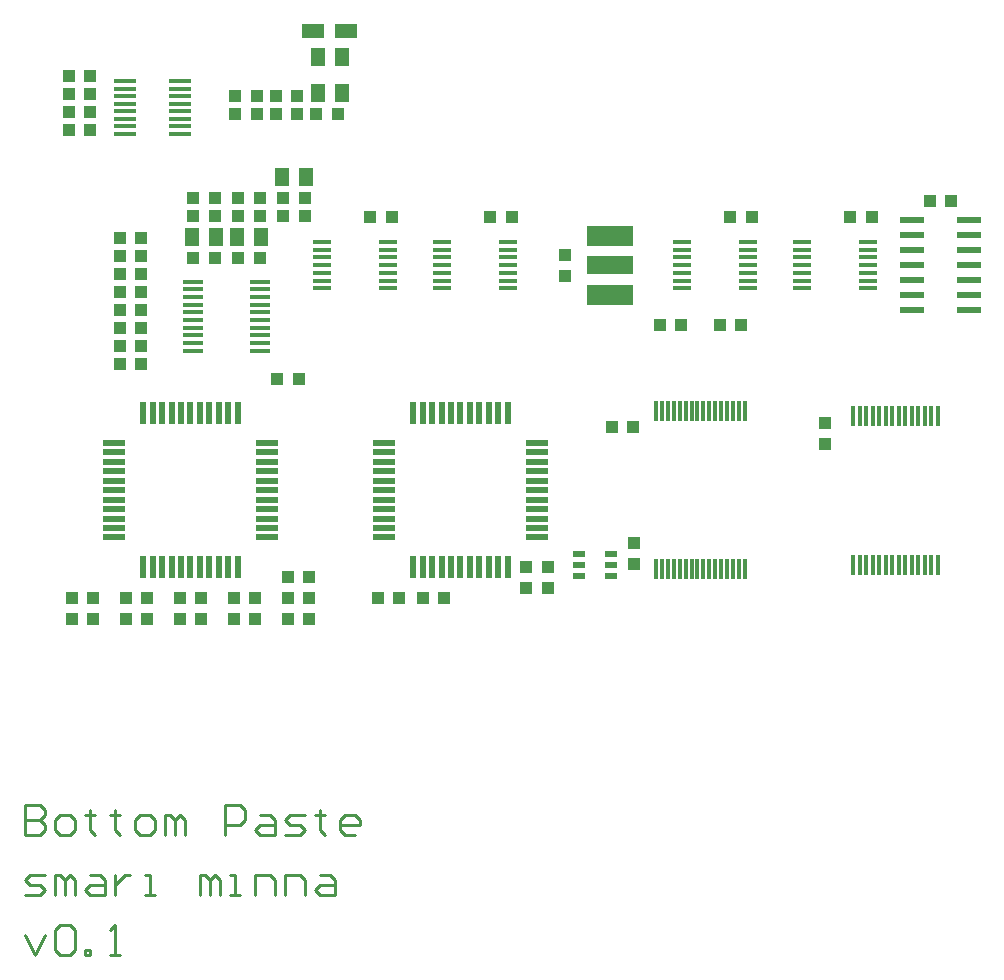
<source format=gbp>
%FSLAX25Y25*%
%MOIN*%
G70*
G01*
G75*
G04 Layer_Color=128*
%ADD10R,0.08661X0.09843*%
%ADD11R,0.01969X0.07874*%
%ADD12R,0.06102X0.05118*%
%ADD13C,0.04000*%
G04:AMPARAMS|DCode=14|XSize=60mil|YSize=300mil|CornerRadius=0mil|HoleSize=0mil|Usage=FLASHONLY|Rotation=90.000|XOffset=0mil|YOffset=0mil|HoleType=Round|Shape=Octagon|*
%AMOCTAGOND14*
4,1,8,-0.15000,-0.01500,-0.15000,0.01500,-0.13500,0.03000,0.13500,0.03000,0.15000,0.01500,0.15000,-0.01500,0.13500,-0.03000,-0.13500,-0.03000,-0.15000,-0.01500,0.0*
%
%ADD14OCTAGOND14*%

%ADD15R,0.03150X0.03150*%
%ADD16R,0.03937X0.11811*%
%ADD17C,0.01000*%
%ADD18C,0.02000*%
%ADD19C,0.01200*%
%ADD20C,0.02362*%
%ADD21C,0.02200*%
%ADD22C,0.04000*%
%ADD23C,0.07543*%
%ADD24C,0.04200*%
%ADD25R,0.04000X0.04000*%
%ADD26R,0.01181X0.06693*%
%ADD27R,0.07677X0.01575*%
%ADD28R,0.04134X0.02362*%
%ADD29R,0.06693X0.01378*%
%ADD30R,0.06299X0.01378*%
%ADD31R,0.02165X0.07677*%
%ADD32R,0.07677X0.02165*%
%ADD33R,0.07874X0.02362*%
%ADD34R,0.15748X0.06693*%
%ADD35R,0.15748X0.05906*%
%ADD36R,0.07677X0.05118*%
%ADD37R,0.05118X0.05906*%
%ADD38R,0.04331X0.03937*%
%ADD39R,0.04000X0.04000*%
%ADD40R,0.03937X0.04331*%
%ADD41C,0.01500*%
%ADD42C,0.03000*%
%ADD43C,0.01400*%
%ADD44C,0.00984*%
%ADD45C,0.02362*%
%ADD46C,0.00787*%
%ADD47C,0.08000*%
D17*
X0Y-93335D02*
X3332Y-100000D01*
X6664Y-93335D01*
X9997Y-91669D02*
X11663Y-90003D01*
X14995D01*
X16661Y-91669D01*
Y-98334D01*
X14995Y-100000D01*
X11663D01*
X9997Y-98334D01*
Y-91669D01*
X19994Y-100000D02*
Y-98334D01*
X21660D01*
Y-100000D01*
X19994D01*
X28324D02*
X31656D01*
X29990D01*
Y-90003D01*
X28324Y-91669D01*
X0Y-80000D02*
X4998D01*
X6664Y-78334D01*
X4998Y-76668D01*
X1666D01*
X0Y-75002D01*
X1666Y-73335D01*
X6664D01*
X9997Y-80000D02*
Y-73335D01*
X11663D01*
X13329Y-75002D01*
Y-80000D01*
Y-75002D01*
X14995Y-73335D01*
X16661Y-75002D01*
Y-80000D01*
X21660Y-73335D02*
X24992D01*
X26658Y-75002D01*
Y-80000D01*
X21660D01*
X19994Y-78334D01*
X21660Y-76668D01*
X26658D01*
X29990Y-73335D02*
Y-80000D01*
Y-76668D01*
X31656Y-75002D01*
X33323Y-73335D01*
X34989D01*
X39987Y-80000D02*
X43319D01*
X41653D01*
Y-73335D01*
X39987D01*
X58315Y-80000D02*
Y-73335D01*
X59981D01*
X61647Y-75002D01*
Y-80000D01*
Y-75002D01*
X63313Y-73335D01*
X64979Y-75002D01*
Y-80000D01*
X68311D02*
X71644D01*
X69977D01*
Y-73335D01*
X68311D01*
X76642Y-80000D02*
Y-73335D01*
X81640D01*
X83306Y-75002D01*
Y-80000D01*
X86639D02*
Y-73335D01*
X91637D01*
X93303Y-75002D01*
Y-80000D01*
X98302Y-73335D02*
X101634D01*
X103300Y-75002D01*
Y-80000D01*
X98302D01*
X96635Y-78334D01*
X98302Y-76668D01*
X103300D01*
X0Y-50003D02*
Y-60000D01*
X4998D01*
X6664Y-58334D01*
Y-56668D01*
X4998Y-55002D01*
X0D01*
X4998D01*
X6664Y-53335D01*
Y-51669D01*
X4998Y-50003D01*
X0D01*
X11663Y-60000D02*
X14995D01*
X16661Y-58334D01*
Y-55002D01*
X14995Y-53335D01*
X11663D01*
X9997Y-55002D01*
Y-58334D01*
X11663Y-60000D01*
X21660Y-51669D02*
Y-53335D01*
X19994D01*
X23326D01*
X21660D01*
Y-58334D01*
X23326Y-60000D01*
X29990Y-51669D02*
Y-53335D01*
X28324D01*
X31656D01*
X29990D01*
Y-58334D01*
X31656Y-60000D01*
X38321D02*
X41653D01*
X43319Y-58334D01*
Y-55002D01*
X41653Y-53335D01*
X38321D01*
X36655Y-55002D01*
Y-58334D01*
X38321Y-60000D01*
X46652D02*
Y-53335D01*
X48318D01*
X49984Y-55002D01*
Y-60000D01*
Y-55002D01*
X51650Y-53335D01*
X53316Y-55002D01*
Y-60000D01*
X66645D02*
Y-50003D01*
X71644D01*
X73310Y-51669D01*
Y-55002D01*
X71644Y-56668D01*
X66645D01*
X78308Y-53335D02*
X81640D01*
X83306Y-55002D01*
Y-60000D01*
X78308D01*
X76642Y-58334D01*
X78308Y-56668D01*
X83306D01*
X86639Y-60000D02*
X91637D01*
X93303Y-58334D01*
X91637Y-56668D01*
X88305D01*
X86639Y-55002D01*
X88305Y-53335D01*
X93303D01*
X98302Y-51669D02*
Y-53335D01*
X96635D01*
X99968D01*
X98302D01*
Y-58334D01*
X99968Y-60000D01*
X109965D02*
X106632D01*
X104966Y-58334D01*
Y-55002D01*
X106632Y-53335D01*
X109965D01*
X111631Y-55002D01*
Y-56668D01*
X104966D01*
D26*
X239764Y28622D02*
D03*
X237795D02*
D03*
X235827D02*
D03*
X233858D02*
D03*
X231890D02*
D03*
X229921D02*
D03*
X227953D02*
D03*
X225984D02*
D03*
X224016D02*
D03*
X222047D02*
D03*
X220079D02*
D03*
X218110D02*
D03*
X216142D02*
D03*
X214173D02*
D03*
X212205D02*
D03*
X210236D02*
D03*
X239764Y81378D02*
D03*
X237795D02*
D03*
X235827D02*
D03*
X233858D02*
D03*
X231890D02*
D03*
X229921D02*
D03*
X227953D02*
D03*
X225984D02*
D03*
X224016D02*
D03*
X222047D02*
D03*
X220079D02*
D03*
X218110D02*
D03*
X216142D02*
D03*
X214173D02*
D03*
X212205D02*
D03*
X210236D02*
D03*
X275925Y79803D02*
D03*
X278091D02*
D03*
X280256D02*
D03*
X282421D02*
D03*
X284587D02*
D03*
X286752D02*
D03*
X288917D02*
D03*
X291083D02*
D03*
X293248D02*
D03*
X295413D02*
D03*
X297579D02*
D03*
X299744D02*
D03*
X301909D02*
D03*
X304075D02*
D03*
X275925Y30197D02*
D03*
X278091D02*
D03*
X280256D02*
D03*
X282421D02*
D03*
X284587D02*
D03*
X286752D02*
D03*
X288917D02*
D03*
X291083D02*
D03*
X293248D02*
D03*
X295413D02*
D03*
X297579D02*
D03*
X299744D02*
D03*
X301909D02*
D03*
X304075D02*
D03*
D27*
X51653Y191250D02*
D03*
Y188750D02*
D03*
Y186250D02*
D03*
Y183750D02*
D03*
Y181250D02*
D03*
Y178750D02*
D03*
Y176250D02*
D03*
Y173750D02*
D03*
X33346Y191250D02*
D03*
Y188750D02*
D03*
Y186250D02*
D03*
Y183750D02*
D03*
Y181250D02*
D03*
Y178750D02*
D03*
Y176250D02*
D03*
Y173750D02*
D03*
D28*
X184685Y26260D02*
D03*
Y30000D02*
D03*
Y33740D02*
D03*
X195315D02*
D03*
Y30000D02*
D03*
Y26260D02*
D03*
D29*
X78220Y124516D02*
D03*
Y121957D02*
D03*
Y119398D02*
D03*
Y116839D02*
D03*
Y114280D02*
D03*
Y111720D02*
D03*
Y109161D02*
D03*
Y106602D02*
D03*
Y104043D02*
D03*
Y101484D02*
D03*
X55780Y124516D02*
D03*
Y121957D02*
D03*
Y119398D02*
D03*
Y116839D02*
D03*
Y114280D02*
D03*
Y111720D02*
D03*
Y109161D02*
D03*
Y106602D02*
D03*
Y104043D02*
D03*
Y101484D02*
D03*
D30*
X121024Y137677D02*
D03*
Y135118D02*
D03*
Y132559D02*
D03*
Y130000D02*
D03*
Y127441D02*
D03*
Y124882D02*
D03*
Y122323D02*
D03*
X98976Y137677D02*
D03*
Y135118D02*
D03*
Y132559D02*
D03*
Y130000D02*
D03*
Y127441D02*
D03*
Y124882D02*
D03*
Y122323D02*
D03*
X138976Y122323D02*
D03*
Y124882D02*
D03*
Y127441D02*
D03*
Y130000D02*
D03*
Y132559D02*
D03*
Y135118D02*
D03*
Y137677D02*
D03*
X161024Y122323D02*
D03*
Y124882D02*
D03*
Y127441D02*
D03*
Y130000D02*
D03*
Y132559D02*
D03*
Y135118D02*
D03*
Y137677D02*
D03*
X281024D02*
D03*
Y135118D02*
D03*
Y132559D02*
D03*
Y130000D02*
D03*
Y127441D02*
D03*
Y124882D02*
D03*
Y122323D02*
D03*
X258976Y137677D02*
D03*
Y135118D02*
D03*
Y132559D02*
D03*
Y130000D02*
D03*
Y127441D02*
D03*
Y124882D02*
D03*
Y122323D02*
D03*
X241024Y137677D02*
D03*
Y135118D02*
D03*
Y132559D02*
D03*
Y130000D02*
D03*
Y127441D02*
D03*
Y124882D02*
D03*
Y122323D02*
D03*
X218976Y137677D02*
D03*
Y135118D02*
D03*
Y132559D02*
D03*
Y130000D02*
D03*
Y127441D02*
D03*
Y124882D02*
D03*
Y122323D02*
D03*
D31*
X39252Y29409D02*
D03*
X42402D02*
D03*
X45551D02*
D03*
X48701D02*
D03*
X51850D02*
D03*
X55000D02*
D03*
X58150D02*
D03*
X61299D02*
D03*
X64449D02*
D03*
X67598D02*
D03*
X70748D02*
D03*
Y80591D02*
D03*
X67598D02*
D03*
X64449D02*
D03*
X61299D02*
D03*
X58150D02*
D03*
X55000D02*
D03*
X51850D02*
D03*
X48701D02*
D03*
X45551D02*
D03*
X42402D02*
D03*
X39252D02*
D03*
X160748D02*
D03*
X157598D02*
D03*
X154449D02*
D03*
X151299D02*
D03*
X148150D02*
D03*
X145000D02*
D03*
X141850D02*
D03*
X138701D02*
D03*
X135551D02*
D03*
X132402D02*
D03*
X129252D02*
D03*
Y29409D02*
D03*
X132402D02*
D03*
X135551D02*
D03*
X138701D02*
D03*
X141850D02*
D03*
X145000D02*
D03*
X148150D02*
D03*
X151299D02*
D03*
X154449D02*
D03*
X157598D02*
D03*
X160748D02*
D03*
D32*
X80591Y39252D02*
D03*
Y42402D02*
D03*
Y45551D02*
D03*
Y48701D02*
D03*
Y51850D02*
D03*
Y55000D02*
D03*
Y58150D02*
D03*
Y61299D02*
D03*
Y64449D02*
D03*
Y67598D02*
D03*
Y70748D02*
D03*
X29409D02*
D03*
Y67598D02*
D03*
Y64449D02*
D03*
Y61299D02*
D03*
Y58150D02*
D03*
Y55000D02*
D03*
Y51850D02*
D03*
Y48701D02*
D03*
Y45551D02*
D03*
Y42402D02*
D03*
Y39252D02*
D03*
X119409Y70748D02*
D03*
Y67598D02*
D03*
Y64449D02*
D03*
Y61299D02*
D03*
Y58150D02*
D03*
Y55000D02*
D03*
Y51850D02*
D03*
Y48701D02*
D03*
Y45551D02*
D03*
Y42402D02*
D03*
Y39252D02*
D03*
X170591D02*
D03*
Y42402D02*
D03*
Y45551D02*
D03*
Y48701D02*
D03*
Y51850D02*
D03*
Y55000D02*
D03*
Y58150D02*
D03*
Y61299D02*
D03*
Y64449D02*
D03*
Y67598D02*
D03*
Y70748D02*
D03*
D33*
X314449Y145000D02*
D03*
Y140000D02*
D03*
Y135000D02*
D03*
Y130000D02*
D03*
Y125000D02*
D03*
Y120000D02*
D03*
Y115000D02*
D03*
X295551Y145000D02*
D03*
Y140000D02*
D03*
Y135000D02*
D03*
Y130000D02*
D03*
Y125000D02*
D03*
Y120000D02*
D03*
Y115000D02*
D03*
D34*
X195000Y120157D02*
D03*
Y139843D02*
D03*
D35*
Y130000D02*
D03*
D36*
X95988Y208000D02*
D03*
X107012D02*
D03*
D37*
X97563Y199500D02*
D03*
X105437D02*
D03*
X85563Y159500D02*
D03*
X93437D02*
D03*
X70563Y139500D02*
D03*
X78437D02*
D03*
X105437Y187500D02*
D03*
X97563D02*
D03*
X55563Y139500D02*
D03*
X63437D02*
D03*
D38*
X21543Y187000D02*
D03*
X14457D02*
D03*
X93043Y152500D02*
D03*
X85957D02*
D03*
X55957Y146500D02*
D03*
X63043D02*
D03*
X78043D02*
D03*
X70957D02*
D03*
X76543Y19000D02*
D03*
X69457D02*
D03*
X76543Y12000D02*
D03*
X69457D02*
D03*
X58543Y19000D02*
D03*
X51457D02*
D03*
X58543Y12000D02*
D03*
X51457D02*
D03*
X33457D02*
D03*
X40543D02*
D03*
X33457Y19000D02*
D03*
X40543D02*
D03*
X31457Y97000D02*
D03*
X38543D02*
D03*
X31457Y103000D02*
D03*
X38543D02*
D03*
X31457Y109000D02*
D03*
X38543D02*
D03*
X31457Y115000D02*
D03*
X38543D02*
D03*
X31457Y121000D02*
D03*
X38543D02*
D03*
X31457Y127000D02*
D03*
X38543D02*
D03*
X31457Y133000D02*
D03*
X38543D02*
D03*
X31457Y139000D02*
D03*
X38543D02*
D03*
X94543Y26000D02*
D03*
X87457D02*
D03*
X93043Y146500D02*
D03*
X85957D02*
D03*
X218543Y110000D02*
D03*
X211457D02*
D03*
X231457D02*
D03*
X238543D02*
D03*
X124543Y19000D02*
D03*
X117457D02*
D03*
X132457D02*
D03*
X139543D02*
D03*
X55957Y152500D02*
D03*
X63043D02*
D03*
X166957Y22500D02*
D03*
X174043D02*
D03*
X78043Y152500D02*
D03*
X70957D02*
D03*
X91043Y92000D02*
D03*
X83957D02*
D03*
X162043Y146000D02*
D03*
X154957D02*
D03*
X21543Y181000D02*
D03*
X14457D02*
D03*
X282043Y146000D02*
D03*
X274957D02*
D03*
X234957D02*
D03*
X242043D02*
D03*
X301457Y151500D02*
D03*
X308543D02*
D03*
X202543Y76000D02*
D03*
X195457D02*
D03*
X166957Y29500D02*
D03*
X174043D02*
D03*
X78043Y132500D02*
D03*
X70957D02*
D03*
X55957Y132500D02*
D03*
X63043D02*
D03*
X114957Y146000D02*
D03*
X122043D02*
D03*
X14457Y175000D02*
D03*
X21543D02*
D03*
X69957Y186500D02*
D03*
X77043D02*
D03*
X90543D02*
D03*
X83457D02*
D03*
X96957Y180500D02*
D03*
X104043D02*
D03*
X22543Y12000D02*
D03*
X15457D02*
D03*
X87457Y19000D02*
D03*
X94543D02*
D03*
Y12000D02*
D03*
X87457D02*
D03*
X15457Y19000D02*
D03*
X22543D02*
D03*
X77043Y180500D02*
D03*
X69957D02*
D03*
X83457D02*
D03*
X90543D02*
D03*
X14457Y193000D02*
D03*
X21543D02*
D03*
D40*
X180000Y126457D02*
D03*
Y133543D02*
D03*
X203000Y30457D02*
D03*
Y37543D02*
D03*
X266500Y77543D02*
D03*
Y70457D02*
D03*
M02*

</source>
